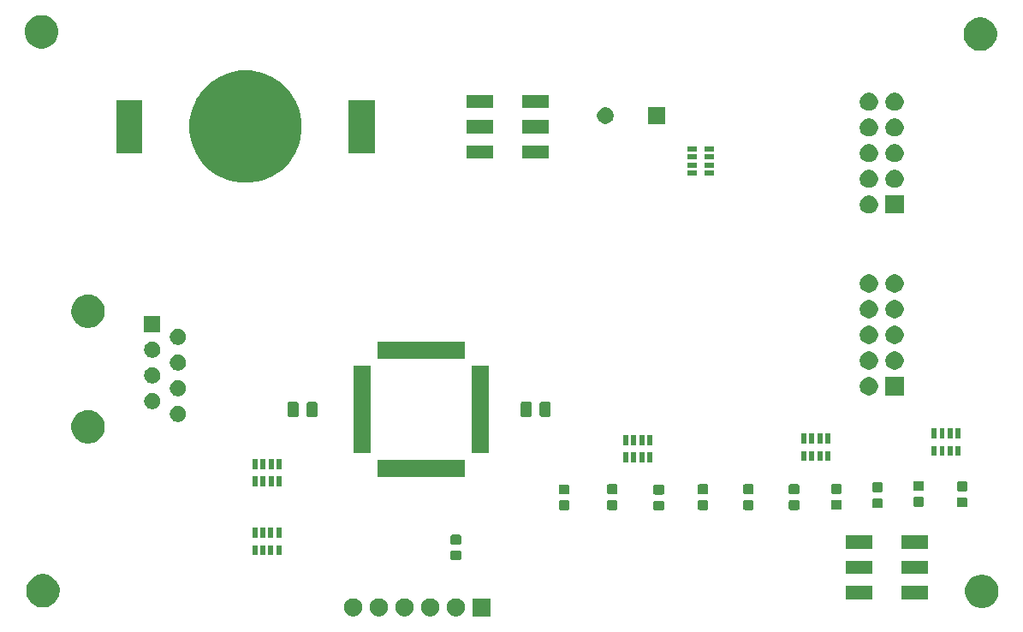
<source format=gbr>
G04 #@! TF.GenerationSoftware,KiCad,Pcbnew,(5.1.5)-3*
G04 #@! TF.CreationDate,2020-07-03T21:50:41-07:00*
G04 #@! TF.ProjectId,pic18f_DB_Ethernet,70696331-3866-45f4-9442-5f4574686572,rev?*
G04 #@! TF.SameCoordinates,Original*
G04 #@! TF.FileFunction,Soldermask,Top*
G04 #@! TF.FilePolarity,Negative*
%FSLAX46Y46*%
G04 Gerber Fmt 4.6, Leading zero omitted, Abs format (unit mm)*
G04 Created by KiCad (PCBNEW (5.1.5)-3) date 2020-07-03 21:50:41*
%MOMM*%
%LPD*%
G04 APERTURE LIST*
%ADD10C,0.100000*%
G04 APERTURE END LIST*
D10*
G36*
X134377912Y-144442727D02*
G01*
X134527212Y-144472424D01*
X134691184Y-144540344D01*
X134838754Y-144638947D01*
X134964253Y-144764446D01*
X135062856Y-144912016D01*
X135130776Y-145075988D01*
X135165400Y-145250059D01*
X135165400Y-145427541D01*
X135130776Y-145601612D01*
X135062856Y-145765584D01*
X134964253Y-145913154D01*
X134838754Y-146038653D01*
X134691184Y-146137256D01*
X134527212Y-146205176D01*
X134377912Y-146234873D01*
X134353142Y-146239800D01*
X134175658Y-146239800D01*
X134150888Y-146234873D01*
X134001588Y-146205176D01*
X133837616Y-146137256D01*
X133690046Y-146038653D01*
X133564547Y-145913154D01*
X133465944Y-145765584D01*
X133398024Y-145601612D01*
X133363400Y-145427541D01*
X133363400Y-145250059D01*
X133398024Y-145075988D01*
X133465944Y-144912016D01*
X133564547Y-144764446D01*
X133690046Y-144638947D01*
X133837616Y-144540344D01*
X134001588Y-144472424D01*
X134150888Y-144442727D01*
X134175658Y-144437800D01*
X134353142Y-144437800D01*
X134377912Y-144442727D01*
G37*
G36*
X144537912Y-144442727D02*
G01*
X144687212Y-144472424D01*
X144851184Y-144540344D01*
X144998754Y-144638947D01*
X145124253Y-144764446D01*
X145222856Y-144912016D01*
X145290776Y-145075988D01*
X145325400Y-145250059D01*
X145325400Y-145427541D01*
X145290776Y-145601612D01*
X145222856Y-145765584D01*
X145124253Y-145913154D01*
X144998754Y-146038653D01*
X144851184Y-146137256D01*
X144687212Y-146205176D01*
X144537912Y-146234873D01*
X144513142Y-146239800D01*
X144335658Y-146239800D01*
X144310888Y-146234873D01*
X144161588Y-146205176D01*
X143997616Y-146137256D01*
X143850046Y-146038653D01*
X143724547Y-145913154D01*
X143625944Y-145765584D01*
X143558024Y-145601612D01*
X143523400Y-145427541D01*
X143523400Y-145250059D01*
X143558024Y-145075988D01*
X143625944Y-144912016D01*
X143724547Y-144764446D01*
X143850046Y-144638947D01*
X143997616Y-144540344D01*
X144161588Y-144472424D01*
X144310888Y-144442727D01*
X144335658Y-144437800D01*
X144513142Y-144437800D01*
X144537912Y-144442727D01*
G37*
G36*
X147865400Y-146239800D02*
G01*
X146063400Y-146239800D01*
X146063400Y-144437800D01*
X147865400Y-144437800D01*
X147865400Y-146239800D01*
G37*
G36*
X141997912Y-144442727D02*
G01*
X142147212Y-144472424D01*
X142311184Y-144540344D01*
X142458754Y-144638947D01*
X142584253Y-144764446D01*
X142682856Y-144912016D01*
X142750776Y-145075988D01*
X142785400Y-145250059D01*
X142785400Y-145427541D01*
X142750776Y-145601612D01*
X142682856Y-145765584D01*
X142584253Y-145913154D01*
X142458754Y-146038653D01*
X142311184Y-146137256D01*
X142147212Y-146205176D01*
X141997912Y-146234873D01*
X141973142Y-146239800D01*
X141795658Y-146239800D01*
X141770888Y-146234873D01*
X141621588Y-146205176D01*
X141457616Y-146137256D01*
X141310046Y-146038653D01*
X141184547Y-145913154D01*
X141085944Y-145765584D01*
X141018024Y-145601612D01*
X140983400Y-145427541D01*
X140983400Y-145250059D01*
X141018024Y-145075988D01*
X141085944Y-144912016D01*
X141184547Y-144764446D01*
X141310046Y-144638947D01*
X141457616Y-144540344D01*
X141621588Y-144472424D01*
X141770888Y-144442727D01*
X141795658Y-144437800D01*
X141973142Y-144437800D01*
X141997912Y-144442727D01*
G37*
G36*
X136917912Y-144442727D02*
G01*
X137067212Y-144472424D01*
X137231184Y-144540344D01*
X137378754Y-144638947D01*
X137504253Y-144764446D01*
X137602856Y-144912016D01*
X137670776Y-145075988D01*
X137705400Y-145250059D01*
X137705400Y-145427541D01*
X137670776Y-145601612D01*
X137602856Y-145765584D01*
X137504253Y-145913154D01*
X137378754Y-146038653D01*
X137231184Y-146137256D01*
X137067212Y-146205176D01*
X136917912Y-146234873D01*
X136893142Y-146239800D01*
X136715658Y-146239800D01*
X136690888Y-146234873D01*
X136541588Y-146205176D01*
X136377616Y-146137256D01*
X136230046Y-146038653D01*
X136104547Y-145913154D01*
X136005944Y-145765584D01*
X135938024Y-145601612D01*
X135903400Y-145427541D01*
X135903400Y-145250059D01*
X135938024Y-145075988D01*
X136005944Y-144912016D01*
X136104547Y-144764446D01*
X136230046Y-144638947D01*
X136377616Y-144540344D01*
X136541588Y-144472424D01*
X136690888Y-144442727D01*
X136715658Y-144437800D01*
X136893142Y-144437800D01*
X136917912Y-144442727D01*
G37*
G36*
X139457912Y-144442727D02*
G01*
X139607212Y-144472424D01*
X139771184Y-144540344D01*
X139918754Y-144638947D01*
X140044253Y-144764446D01*
X140142856Y-144912016D01*
X140210776Y-145075988D01*
X140245400Y-145250059D01*
X140245400Y-145427541D01*
X140210776Y-145601612D01*
X140142856Y-145765584D01*
X140044253Y-145913154D01*
X139918754Y-146038653D01*
X139771184Y-146137256D01*
X139607212Y-146205176D01*
X139457912Y-146234873D01*
X139433142Y-146239800D01*
X139255658Y-146239800D01*
X139230888Y-146234873D01*
X139081588Y-146205176D01*
X138917616Y-146137256D01*
X138770046Y-146038653D01*
X138644547Y-145913154D01*
X138545944Y-145765584D01*
X138478024Y-145601612D01*
X138443400Y-145427541D01*
X138443400Y-145250059D01*
X138478024Y-145075988D01*
X138545944Y-144912016D01*
X138644547Y-144764446D01*
X138770046Y-144638947D01*
X138917616Y-144540344D01*
X139081588Y-144472424D01*
X139230888Y-144442727D01*
X139255658Y-144437800D01*
X139433142Y-144437800D01*
X139457912Y-144442727D01*
G37*
G36*
X196818856Y-142155298D02*
G01*
X196925179Y-142176447D01*
X197225642Y-142300903D01*
X197496051Y-142481585D01*
X197726015Y-142711549D01*
X197906697Y-142981958D01*
X197906698Y-142981960D01*
X198031153Y-143282422D01*
X198084496Y-143550591D01*
X198094600Y-143601391D01*
X198094600Y-143926609D01*
X198031153Y-144245579D01*
X197906697Y-144546042D01*
X197726015Y-144816451D01*
X197496051Y-145046415D01*
X197225642Y-145227097D01*
X196925179Y-145351553D01*
X196861598Y-145364200D01*
X196606211Y-145415000D01*
X196280989Y-145415000D01*
X196025602Y-145364200D01*
X195962021Y-145351553D01*
X195661558Y-145227097D01*
X195391149Y-145046415D01*
X195161185Y-144816451D01*
X194980503Y-144546042D01*
X194856047Y-144245579D01*
X194792600Y-143926609D01*
X194792600Y-143601391D01*
X194802705Y-143550591D01*
X194856047Y-143282422D01*
X194980502Y-142981960D01*
X194980503Y-142981958D01*
X195161185Y-142711549D01*
X195391149Y-142481585D01*
X195661558Y-142300903D01*
X195962021Y-142176447D01*
X196068344Y-142155298D01*
X196280989Y-142113000D01*
X196606211Y-142113000D01*
X196818856Y-142155298D01*
G37*
G36*
X103956456Y-142104498D02*
G01*
X104062779Y-142125647D01*
X104363242Y-142250103D01*
X104633651Y-142430785D01*
X104863615Y-142660749D01*
X104897560Y-142711551D01*
X105044298Y-142931160D01*
X105168753Y-143231622D01*
X105232200Y-143550589D01*
X105232200Y-143875811D01*
X105222095Y-143926611D01*
X105168753Y-144194779D01*
X105044297Y-144495242D01*
X104863615Y-144765651D01*
X104633651Y-144995615D01*
X104363242Y-145176297D01*
X104062779Y-145300753D01*
X103956456Y-145321902D01*
X103743811Y-145364200D01*
X103418589Y-145364200D01*
X103205944Y-145321902D01*
X103099621Y-145300753D01*
X102799158Y-145176297D01*
X102528749Y-144995615D01*
X102298785Y-144765651D01*
X102118103Y-144495242D01*
X101993647Y-144194779D01*
X101940305Y-143926611D01*
X101930200Y-143875811D01*
X101930200Y-143550589D01*
X101993647Y-143231622D01*
X102118102Y-142931160D01*
X102264840Y-142711551D01*
X102298785Y-142660749D01*
X102528749Y-142430785D01*
X102799158Y-142250103D01*
X103099621Y-142125647D01*
X103205944Y-142104498D01*
X103418589Y-142062200D01*
X103743811Y-142062200D01*
X103956456Y-142104498D01*
G37*
G36*
X185628800Y-144527400D02*
G01*
X183026800Y-144527400D01*
X183026800Y-143225400D01*
X185628800Y-143225400D01*
X185628800Y-144527400D01*
G37*
G36*
X191128800Y-144527400D02*
G01*
X188526800Y-144527400D01*
X188526800Y-143225400D01*
X191128800Y-143225400D01*
X191128800Y-144527400D01*
G37*
G36*
X191128800Y-142027400D02*
G01*
X188526800Y-142027400D01*
X188526800Y-140725400D01*
X191128800Y-140725400D01*
X191128800Y-142027400D01*
G37*
G36*
X185628800Y-142027400D02*
G01*
X183026800Y-142027400D01*
X183026800Y-140725400D01*
X185628800Y-140725400D01*
X185628800Y-142027400D01*
G37*
G36*
X144803991Y-139723585D02*
G01*
X144837969Y-139733893D01*
X144869290Y-139750634D01*
X144896739Y-139773161D01*
X144919266Y-139800610D01*
X144936007Y-139831931D01*
X144946315Y-139865909D01*
X144950400Y-139907390D01*
X144950400Y-140508610D01*
X144946315Y-140550091D01*
X144936007Y-140584069D01*
X144919266Y-140615390D01*
X144896739Y-140642839D01*
X144869290Y-140665366D01*
X144837969Y-140682107D01*
X144803991Y-140692415D01*
X144762510Y-140696500D01*
X144086290Y-140696500D01*
X144044809Y-140692415D01*
X144010831Y-140682107D01*
X143979510Y-140665366D01*
X143952061Y-140642839D01*
X143929534Y-140615390D01*
X143912793Y-140584069D01*
X143902485Y-140550091D01*
X143898400Y-140508610D01*
X143898400Y-139907390D01*
X143902485Y-139865909D01*
X143912793Y-139831931D01*
X143929534Y-139800610D01*
X143952061Y-139773161D01*
X143979510Y-139750634D01*
X144010831Y-139733893D01*
X144044809Y-139723585D01*
X144086290Y-139719500D01*
X144762510Y-139719500D01*
X144803991Y-139723585D01*
G37*
G36*
X127187500Y-140188300D02*
G01*
X126685500Y-140188300D01*
X126685500Y-139186300D01*
X127187500Y-139186300D01*
X127187500Y-140188300D01*
G37*
G36*
X124787500Y-140188300D02*
G01*
X124285500Y-140188300D01*
X124285500Y-139186300D01*
X124787500Y-139186300D01*
X124787500Y-140188300D01*
G37*
G36*
X125587500Y-140188300D02*
G01*
X125085500Y-140188300D01*
X125085500Y-139186300D01*
X125587500Y-139186300D01*
X125587500Y-140188300D01*
G37*
G36*
X126387500Y-140188300D02*
G01*
X125885500Y-140188300D01*
X125885500Y-139186300D01*
X126387500Y-139186300D01*
X126387500Y-140188300D01*
G37*
G36*
X185628800Y-139527400D02*
G01*
X183026800Y-139527400D01*
X183026800Y-138225400D01*
X185628800Y-138225400D01*
X185628800Y-139527400D01*
G37*
G36*
X191128800Y-139527400D02*
G01*
X188526800Y-139527400D01*
X188526800Y-138225400D01*
X191128800Y-138225400D01*
X191128800Y-139527400D01*
G37*
G36*
X144803991Y-138148585D02*
G01*
X144837969Y-138158893D01*
X144869290Y-138175634D01*
X144896739Y-138198161D01*
X144919266Y-138225610D01*
X144936007Y-138256931D01*
X144946315Y-138290909D01*
X144950400Y-138332390D01*
X144950400Y-138933610D01*
X144946315Y-138975091D01*
X144936007Y-139009069D01*
X144919266Y-139040390D01*
X144896739Y-139067839D01*
X144869290Y-139090366D01*
X144837969Y-139107107D01*
X144803991Y-139117415D01*
X144762510Y-139121500D01*
X144086290Y-139121500D01*
X144044809Y-139117415D01*
X144010831Y-139107107D01*
X143979510Y-139090366D01*
X143952061Y-139067839D01*
X143929534Y-139040390D01*
X143912793Y-139009069D01*
X143902485Y-138975091D01*
X143898400Y-138933610D01*
X143898400Y-138332390D01*
X143902485Y-138290909D01*
X143912793Y-138256931D01*
X143929534Y-138225610D01*
X143952061Y-138198161D01*
X143979510Y-138175634D01*
X144010831Y-138158893D01*
X144044809Y-138148585D01*
X144086290Y-138144500D01*
X144762510Y-138144500D01*
X144803991Y-138148585D01*
G37*
G36*
X126387500Y-138488300D02*
G01*
X125885500Y-138488300D01*
X125885500Y-137486300D01*
X126387500Y-137486300D01*
X126387500Y-138488300D01*
G37*
G36*
X125587500Y-138488300D02*
G01*
X125085500Y-138488300D01*
X125085500Y-137486300D01*
X125587500Y-137486300D01*
X125587500Y-138488300D01*
G37*
G36*
X124787500Y-138488300D02*
G01*
X124285500Y-138488300D01*
X124285500Y-137486300D01*
X124787500Y-137486300D01*
X124787500Y-138488300D01*
G37*
G36*
X127187500Y-138488300D02*
G01*
X126685500Y-138488300D01*
X126685500Y-137486300D01*
X127187500Y-137486300D01*
X127187500Y-138488300D01*
G37*
G36*
X164869991Y-134796085D02*
G01*
X164903969Y-134806393D01*
X164935290Y-134823134D01*
X164962739Y-134845661D01*
X164985266Y-134873110D01*
X165002007Y-134904431D01*
X165012315Y-134938409D01*
X165016400Y-134979890D01*
X165016400Y-135581110D01*
X165012315Y-135622591D01*
X165002007Y-135656569D01*
X164985266Y-135687890D01*
X164962739Y-135715339D01*
X164935290Y-135737866D01*
X164903969Y-135754607D01*
X164869991Y-135764915D01*
X164828510Y-135769000D01*
X164152290Y-135769000D01*
X164110809Y-135764915D01*
X164076831Y-135754607D01*
X164045510Y-135737866D01*
X164018061Y-135715339D01*
X163995534Y-135687890D01*
X163978793Y-135656569D01*
X163968485Y-135622591D01*
X163964400Y-135581110D01*
X163964400Y-134979890D01*
X163968485Y-134938409D01*
X163978793Y-134904431D01*
X163995534Y-134873110D01*
X164018061Y-134845661D01*
X164045510Y-134823134D01*
X164076831Y-134806393D01*
X164110809Y-134796085D01*
X164152290Y-134792000D01*
X164828510Y-134792000D01*
X164869991Y-134796085D01*
G37*
G36*
X155497391Y-134770685D02*
G01*
X155531369Y-134780993D01*
X155562690Y-134797734D01*
X155590139Y-134820261D01*
X155612666Y-134847710D01*
X155629407Y-134879031D01*
X155639715Y-134913009D01*
X155643800Y-134954490D01*
X155643800Y-135555710D01*
X155639715Y-135597191D01*
X155629407Y-135631169D01*
X155612666Y-135662490D01*
X155590139Y-135689939D01*
X155562690Y-135712466D01*
X155531369Y-135729207D01*
X155497391Y-135739515D01*
X155455910Y-135743600D01*
X154779690Y-135743600D01*
X154738209Y-135739515D01*
X154704231Y-135729207D01*
X154672910Y-135712466D01*
X154645461Y-135689939D01*
X154622934Y-135662490D01*
X154606193Y-135631169D01*
X154595885Y-135597191D01*
X154591800Y-135555710D01*
X154591800Y-134954490D01*
X154595885Y-134913009D01*
X154606193Y-134879031D01*
X154622934Y-134847710D01*
X154645461Y-134820261D01*
X154672910Y-134797734D01*
X154704231Y-134780993D01*
X154738209Y-134770685D01*
X154779690Y-134766600D01*
X155455910Y-134766600D01*
X155497391Y-134770685D01*
G37*
G36*
X178255791Y-134745385D02*
G01*
X178289769Y-134755693D01*
X178321090Y-134772434D01*
X178348539Y-134794961D01*
X178371066Y-134822410D01*
X178387807Y-134853731D01*
X178398115Y-134887709D01*
X178402200Y-134929190D01*
X178402200Y-135530410D01*
X178398115Y-135571891D01*
X178387807Y-135605869D01*
X178371066Y-135637190D01*
X178348539Y-135664639D01*
X178321090Y-135687166D01*
X178289769Y-135703907D01*
X178255791Y-135714215D01*
X178214310Y-135718300D01*
X177538090Y-135718300D01*
X177496609Y-135714215D01*
X177462631Y-135703907D01*
X177431310Y-135687166D01*
X177403861Y-135664639D01*
X177381334Y-135637190D01*
X177364593Y-135605869D01*
X177354285Y-135571891D01*
X177350200Y-135530410D01*
X177350200Y-134929190D01*
X177354285Y-134887709D01*
X177364593Y-134853731D01*
X177381334Y-134822410D01*
X177403861Y-134794961D01*
X177431310Y-134772434D01*
X177462631Y-134755693D01*
X177496609Y-134745385D01*
X177538090Y-134741300D01*
X178214310Y-134741300D01*
X178255791Y-134745385D01*
G37*
G36*
X169238791Y-134745285D02*
G01*
X169272769Y-134755593D01*
X169304090Y-134772334D01*
X169331539Y-134794861D01*
X169354066Y-134822310D01*
X169370807Y-134853631D01*
X169381115Y-134887609D01*
X169385200Y-134929090D01*
X169385200Y-135530310D01*
X169381115Y-135571791D01*
X169370807Y-135605769D01*
X169354066Y-135637090D01*
X169331539Y-135664539D01*
X169304090Y-135687066D01*
X169272769Y-135703807D01*
X169238791Y-135714115D01*
X169197310Y-135718200D01*
X168521090Y-135718200D01*
X168479609Y-135714115D01*
X168445631Y-135703807D01*
X168414310Y-135687066D01*
X168386861Y-135664539D01*
X168364334Y-135637090D01*
X168347593Y-135605769D01*
X168337285Y-135571791D01*
X168333200Y-135530310D01*
X168333200Y-134929090D01*
X168337285Y-134887609D01*
X168347593Y-134853631D01*
X168364334Y-134822310D01*
X168386861Y-134794861D01*
X168414310Y-134772334D01*
X168445631Y-134755593D01*
X168479609Y-134745285D01*
X168521090Y-134741200D01*
X169197310Y-134741200D01*
X169238791Y-134745285D01*
G37*
G36*
X160272591Y-134745185D02*
G01*
X160306569Y-134755493D01*
X160337890Y-134772234D01*
X160365339Y-134794761D01*
X160387866Y-134822210D01*
X160404607Y-134853531D01*
X160414915Y-134887509D01*
X160419000Y-134928990D01*
X160419000Y-135530210D01*
X160414915Y-135571691D01*
X160404607Y-135605669D01*
X160387866Y-135636990D01*
X160365339Y-135664439D01*
X160337890Y-135686966D01*
X160306569Y-135703707D01*
X160272591Y-135714015D01*
X160231110Y-135718100D01*
X159554890Y-135718100D01*
X159513409Y-135714015D01*
X159479431Y-135703707D01*
X159448110Y-135686966D01*
X159420661Y-135664439D01*
X159398134Y-135636990D01*
X159381393Y-135605669D01*
X159371085Y-135571691D01*
X159367000Y-135530210D01*
X159367000Y-134928990D01*
X159371085Y-134887509D01*
X159381393Y-134853531D01*
X159398134Y-134822210D01*
X159420661Y-134794761D01*
X159448110Y-134772234D01*
X159479431Y-134755493D01*
X159513409Y-134745185D01*
X159554890Y-134741100D01*
X160231110Y-134741100D01*
X160272591Y-134745185D01*
G37*
G36*
X173734591Y-134745185D02*
G01*
X173768569Y-134755493D01*
X173799890Y-134772234D01*
X173827339Y-134794761D01*
X173849866Y-134822210D01*
X173866607Y-134853531D01*
X173876915Y-134887509D01*
X173881000Y-134928990D01*
X173881000Y-135530210D01*
X173876915Y-135571691D01*
X173866607Y-135605669D01*
X173849866Y-135636990D01*
X173827339Y-135664439D01*
X173799890Y-135686966D01*
X173768569Y-135703707D01*
X173734591Y-135714015D01*
X173693110Y-135718100D01*
X173016890Y-135718100D01*
X172975409Y-135714015D01*
X172941431Y-135703707D01*
X172910110Y-135686966D01*
X172882661Y-135664439D01*
X172860134Y-135636990D01*
X172843393Y-135605669D01*
X172833085Y-135571691D01*
X172829000Y-135530210D01*
X172829000Y-134928990D01*
X172833085Y-134887509D01*
X172843393Y-134853531D01*
X172860134Y-134822210D01*
X172882661Y-134794761D01*
X172910110Y-134772234D01*
X172941431Y-134755493D01*
X172975409Y-134745185D01*
X173016890Y-134741100D01*
X173693110Y-134741100D01*
X173734591Y-134745185D01*
G37*
G36*
X182446791Y-134719885D02*
G01*
X182480769Y-134730193D01*
X182512090Y-134746934D01*
X182539539Y-134769461D01*
X182562066Y-134796910D01*
X182578807Y-134828231D01*
X182589115Y-134862209D01*
X182593200Y-134903690D01*
X182593200Y-135504910D01*
X182589115Y-135546391D01*
X182578807Y-135580369D01*
X182562066Y-135611690D01*
X182539539Y-135639139D01*
X182512090Y-135661666D01*
X182480769Y-135678407D01*
X182446791Y-135688715D01*
X182405310Y-135692800D01*
X181729090Y-135692800D01*
X181687609Y-135688715D01*
X181653631Y-135678407D01*
X181622310Y-135661666D01*
X181594861Y-135639139D01*
X181572334Y-135611690D01*
X181555593Y-135580369D01*
X181545285Y-135546391D01*
X181541200Y-135504910D01*
X181541200Y-134903690D01*
X181545285Y-134862209D01*
X181555593Y-134828231D01*
X181572334Y-134796910D01*
X181594861Y-134769461D01*
X181622310Y-134746934D01*
X181653631Y-134730193D01*
X181687609Y-134719885D01*
X181729090Y-134715800D01*
X182405310Y-134715800D01*
X182446791Y-134719885D01*
G37*
G36*
X186485391Y-134567385D02*
G01*
X186519369Y-134577693D01*
X186550690Y-134594434D01*
X186578139Y-134616961D01*
X186600666Y-134644410D01*
X186617407Y-134675731D01*
X186627715Y-134709709D01*
X186631800Y-134751190D01*
X186631800Y-135352410D01*
X186627715Y-135393891D01*
X186617407Y-135427869D01*
X186600666Y-135459190D01*
X186578139Y-135486639D01*
X186550690Y-135509166D01*
X186519369Y-135525907D01*
X186485391Y-135536215D01*
X186443910Y-135540300D01*
X185767690Y-135540300D01*
X185726209Y-135536215D01*
X185692231Y-135525907D01*
X185660910Y-135509166D01*
X185633461Y-135486639D01*
X185610934Y-135459190D01*
X185594193Y-135427869D01*
X185583885Y-135393891D01*
X185579800Y-135352410D01*
X185579800Y-134751190D01*
X185583885Y-134709709D01*
X185594193Y-134675731D01*
X185610934Y-134644410D01*
X185633461Y-134616961D01*
X185660910Y-134594434D01*
X185692231Y-134577693D01*
X185726209Y-134567385D01*
X185767690Y-134563300D01*
X186443910Y-134563300D01*
X186485391Y-134567385D01*
G37*
G36*
X194867391Y-134465785D02*
G01*
X194901369Y-134476093D01*
X194932690Y-134492834D01*
X194960139Y-134515361D01*
X194982666Y-134542810D01*
X194999407Y-134574131D01*
X195009715Y-134608109D01*
X195013800Y-134649590D01*
X195013800Y-135250810D01*
X195009715Y-135292291D01*
X194999407Y-135326269D01*
X194982666Y-135357590D01*
X194960139Y-135385039D01*
X194932690Y-135407566D01*
X194901369Y-135424307D01*
X194867391Y-135434615D01*
X194825910Y-135438700D01*
X194149690Y-135438700D01*
X194108209Y-135434615D01*
X194074231Y-135424307D01*
X194042910Y-135407566D01*
X194015461Y-135385039D01*
X193992934Y-135357590D01*
X193976193Y-135326269D01*
X193965885Y-135292291D01*
X193961800Y-135250810D01*
X193961800Y-134649590D01*
X193965885Y-134608109D01*
X193976193Y-134574131D01*
X193992934Y-134542810D01*
X194015461Y-134515361D01*
X194042910Y-134492834D01*
X194074231Y-134476093D01*
X194108209Y-134465785D01*
X194149690Y-134461700D01*
X194825910Y-134461700D01*
X194867391Y-134465785D01*
G37*
G36*
X190574791Y-134414985D02*
G01*
X190608769Y-134425293D01*
X190640090Y-134442034D01*
X190667539Y-134464561D01*
X190690066Y-134492010D01*
X190706807Y-134523331D01*
X190717115Y-134557309D01*
X190721200Y-134598790D01*
X190721200Y-135200010D01*
X190717115Y-135241491D01*
X190706807Y-135275469D01*
X190690066Y-135306790D01*
X190667539Y-135334239D01*
X190640090Y-135356766D01*
X190608769Y-135373507D01*
X190574791Y-135383815D01*
X190533310Y-135387900D01*
X189857090Y-135387900D01*
X189815609Y-135383815D01*
X189781631Y-135373507D01*
X189750310Y-135356766D01*
X189722861Y-135334239D01*
X189700334Y-135306790D01*
X189683593Y-135275469D01*
X189673285Y-135241491D01*
X189669200Y-135200010D01*
X189669200Y-134598790D01*
X189673285Y-134557309D01*
X189683593Y-134523331D01*
X189700334Y-134492010D01*
X189722861Y-134464561D01*
X189750310Y-134442034D01*
X189781631Y-134425293D01*
X189815609Y-134414985D01*
X189857090Y-134410900D01*
X190533310Y-134410900D01*
X190574791Y-134414985D01*
G37*
G36*
X164869991Y-133221085D02*
G01*
X164903969Y-133231393D01*
X164935290Y-133248134D01*
X164962739Y-133270661D01*
X164985266Y-133298110D01*
X165002007Y-133329431D01*
X165012315Y-133363409D01*
X165016400Y-133404890D01*
X165016400Y-134006110D01*
X165012315Y-134047591D01*
X165002007Y-134081569D01*
X164985266Y-134112890D01*
X164962739Y-134140339D01*
X164935290Y-134162866D01*
X164903969Y-134179607D01*
X164869991Y-134189915D01*
X164828510Y-134194000D01*
X164152290Y-134194000D01*
X164110809Y-134189915D01*
X164076831Y-134179607D01*
X164045510Y-134162866D01*
X164018061Y-134140339D01*
X163995534Y-134112890D01*
X163978793Y-134081569D01*
X163968485Y-134047591D01*
X163964400Y-134006110D01*
X163964400Y-133404890D01*
X163968485Y-133363409D01*
X163978793Y-133329431D01*
X163995534Y-133298110D01*
X164018061Y-133270661D01*
X164045510Y-133248134D01*
X164076831Y-133231393D01*
X164110809Y-133221085D01*
X164152290Y-133217000D01*
X164828510Y-133217000D01*
X164869991Y-133221085D01*
G37*
G36*
X155497391Y-133195685D02*
G01*
X155531369Y-133205993D01*
X155562690Y-133222734D01*
X155590139Y-133245261D01*
X155612666Y-133272710D01*
X155629407Y-133304031D01*
X155639715Y-133338009D01*
X155643800Y-133379490D01*
X155643800Y-133980710D01*
X155639715Y-134022191D01*
X155629407Y-134056169D01*
X155612666Y-134087490D01*
X155590139Y-134114939D01*
X155562690Y-134137466D01*
X155531369Y-134154207D01*
X155497391Y-134164515D01*
X155455910Y-134168600D01*
X154779690Y-134168600D01*
X154738209Y-134164515D01*
X154704231Y-134154207D01*
X154672910Y-134137466D01*
X154645461Y-134114939D01*
X154622934Y-134087490D01*
X154606193Y-134056169D01*
X154595885Y-134022191D01*
X154591800Y-133980710D01*
X154591800Y-133379490D01*
X154595885Y-133338009D01*
X154606193Y-133304031D01*
X154622934Y-133272710D01*
X154645461Y-133245261D01*
X154672910Y-133222734D01*
X154704231Y-133205993D01*
X154738209Y-133195685D01*
X154779690Y-133191600D01*
X155455910Y-133191600D01*
X155497391Y-133195685D01*
G37*
G36*
X178255791Y-133170385D02*
G01*
X178289769Y-133180693D01*
X178321090Y-133197434D01*
X178348539Y-133219961D01*
X178371066Y-133247410D01*
X178387807Y-133278731D01*
X178398115Y-133312709D01*
X178402200Y-133354190D01*
X178402200Y-133955410D01*
X178398115Y-133996891D01*
X178387807Y-134030869D01*
X178371066Y-134062190D01*
X178348539Y-134089639D01*
X178321090Y-134112166D01*
X178289769Y-134128907D01*
X178255791Y-134139215D01*
X178214310Y-134143300D01*
X177538090Y-134143300D01*
X177496609Y-134139215D01*
X177462631Y-134128907D01*
X177431310Y-134112166D01*
X177403861Y-134089639D01*
X177381334Y-134062190D01*
X177364593Y-134030869D01*
X177354285Y-133996891D01*
X177350200Y-133955410D01*
X177350200Y-133354190D01*
X177354285Y-133312709D01*
X177364593Y-133278731D01*
X177381334Y-133247410D01*
X177403861Y-133219961D01*
X177431310Y-133197434D01*
X177462631Y-133180693D01*
X177496609Y-133170385D01*
X177538090Y-133166300D01*
X178214310Y-133166300D01*
X178255791Y-133170385D01*
G37*
G36*
X169238791Y-133170285D02*
G01*
X169272769Y-133180593D01*
X169304090Y-133197334D01*
X169331539Y-133219861D01*
X169354066Y-133247310D01*
X169370807Y-133278631D01*
X169381115Y-133312609D01*
X169385200Y-133354090D01*
X169385200Y-133955310D01*
X169381115Y-133996791D01*
X169370807Y-134030769D01*
X169354066Y-134062090D01*
X169331539Y-134089539D01*
X169304090Y-134112066D01*
X169272769Y-134128807D01*
X169238791Y-134139115D01*
X169197310Y-134143200D01*
X168521090Y-134143200D01*
X168479609Y-134139115D01*
X168445631Y-134128807D01*
X168414310Y-134112066D01*
X168386861Y-134089539D01*
X168364334Y-134062090D01*
X168347593Y-134030769D01*
X168337285Y-133996791D01*
X168333200Y-133955310D01*
X168333200Y-133354090D01*
X168337285Y-133312609D01*
X168347593Y-133278631D01*
X168364334Y-133247310D01*
X168386861Y-133219861D01*
X168414310Y-133197334D01*
X168445631Y-133180593D01*
X168479609Y-133170285D01*
X168521090Y-133166200D01*
X169197310Y-133166200D01*
X169238791Y-133170285D01*
G37*
G36*
X173734591Y-133170185D02*
G01*
X173768569Y-133180493D01*
X173799890Y-133197234D01*
X173827339Y-133219761D01*
X173849866Y-133247210D01*
X173866607Y-133278531D01*
X173876915Y-133312509D01*
X173881000Y-133353990D01*
X173881000Y-133955210D01*
X173876915Y-133996691D01*
X173866607Y-134030669D01*
X173849866Y-134061990D01*
X173827339Y-134089439D01*
X173799890Y-134111966D01*
X173768569Y-134128707D01*
X173734591Y-134139015D01*
X173693110Y-134143100D01*
X173016890Y-134143100D01*
X172975409Y-134139015D01*
X172941431Y-134128707D01*
X172910110Y-134111966D01*
X172882661Y-134089439D01*
X172860134Y-134061990D01*
X172843393Y-134030669D01*
X172833085Y-133996691D01*
X172829000Y-133955210D01*
X172829000Y-133353990D01*
X172833085Y-133312509D01*
X172843393Y-133278531D01*
X172860134Y-133247210D01*
X172882661Y-133219761D01*
X172910110Y-133197234D01*
X172941431Y-133180493D01*
X172975409Y-133170185D01*
X173016890Y-133166100D01*
X173693110Y-133166100D01*
X173734591Y-133170185D01*
G37*
G36*
X160272591Y-133170185D02*
G01*
X160306569Y-133180493D01*
X160337890Y-133197234D01*
X160365339Y-133219761D01*
X160387866Y-133247210D01*
X160404607Y-133278531D01*
X160414915Y-133312509D01*
X160419000Y-133353990D01*
X160419000Y-133955210D01*
X160414915Y-133996691D01*
X160404607Y-134030669D01*
X160387866Y-134061990D01*
X160365339Y-134089439D01*
X160337890Y-134111966D01*
X160306569Y-134128707D01*
X160272591Y-134139015D01*
X160231110Y-134143100D01*
X159554890Y-134143100D01*
X159513409Y-134139015D01*
X159479431Y-134128707D01*
X159448110Y-134111966D01*
X159420661Y-134089439D01*
X159398134Y-134061990D01*
X159381393Y-134030669D01*
X159371085Y-133996691D01*
X159367000Y-133955210D01*
X159367000Y-133353990D01*
X159371085Y-133312509D01*
X159381393Y-133278531D01*
X159398134Y-133247210D01*
X159420661Y-133219761D01*
X159448110Y-133197234D01*
X159479431Y-133180493D01*
X159513409Y-133170185D01*
X159554890Y-133166100D01*
X160231110Y-133166100D01*
X160272591Y-133170185D01*
G37*
G36*
X182446791Y-133144885D02*
G01*
X182480769Y-133155193D01*
X182512090Y-133171934D01*
X182539539Y-133194461D01*
X182562066Y-133221910D01*
X182578807Y-133253231D01*
X182589115Y-133287209D01*
X182593200Y-133328690D01*
X182593200Y-133929910D01*
X182589115Y-133971391D01*
X182578807Y-134005369D01*
X182562066Y-134036690D01*
X182539539Y-134064139D01*
X182512090Y-134086666D01*
X182480769Y-134103407D01*
X182446791Y-134113715D01*
X182405310Y-134117800D01*
X181729090Y-134117800D01*
X181687609Y-134113715D01*
X181653631Y-134103407D01*
X181622310Y-134086666D01*
X181594861Y-134064139D01*
X181572334Y-134036690D01*
X181555593Y-134005369D01*
X181545285Y-133971391D01*
X181541200Y-133929910D01*
X181541200Y-133328690D01*
X181545285Y-133287209D01*
X181555593Y-133253231D01*
X181572334Y-133221910D01*
X181594861Y-133194461D01*
X181622310Y-133171934D01*
X181653631Y-133155193D01*
X181687609Y-133144885D01*
X181729090Y-133140800D01*
X182405310Y-133140800D01*
X182446791Y-133144885D01*
G37*
G36*
X186485391Y-132992385D02*
G01*
X186519369Y-133002693D01*
X186550690Y-133019434D01*
X186578139Y-133041961D01*
X186600666Y-133069410D01*
X186617407Y-133100731D01*
X186627715Y-133134709D01*
X186631800Y-133176190D01*
X186631800Y-133777410D01*
X186627715Y-133818891D01*
X186617407Y-133852869D01*
X186600666Y-133884190D01*
X186578139Y-133911639D01*
X186550690Y-133934166D01*
X186519369Y-133950907D01*
X186485391Y-133961215D01*
X186443910Y-133965300D01*
X185767690Y-133965300D01*
X185726209Y-133961215D01*
X185692231Y-133950907D01*
X185660910Y-133934166D01*
X185633461Y-133911639D01*
X185610934Y-133884190D01*
X185594193Y-133852869D01*
X185583885Y-133818891D01*
X185579800Y-133777410D01*
X185579800Y-133176190D01*
X185583885Y-133134709D01*
X185594193Y-133100731D01*
X185610934Y-133069410D01*
X185633461Y-133041961D01*
X185660910Y-133019434D01*
X185692231Y-133002693D01*
X185726209Y-132992385D01*
X185767690Y-132988300D01*
X186443910Y-132988300D01*
X186485391Y-132992385D01*
G37*
G36*
X194867391Y-132890785D02*
G01*
X194901369Y-132901093D01*
X194932690Y-132917834D01*
X194960139Y-132940361D01*
X194982666Y-132967810D01*
X194999407Y-132999131D01*
X195009715Y-133033109D01*
X195013800Y-133074590D01*
X195013800Y-133675810D01*
X195009715Y-133717291D01*
X194999407Y-133751269D01*
X194982666Y-133782590D01*
X194960139Y-133810039D01*
X194932690Y-133832566D01*
X194901369Y-133849307D01*
X194867391Y-133859615D01*
X194825910Y-133863700D01*
X194149690Y-133863700D01*
X194108209Y-133859615D01*
X194074231Y-133849307D01*
X194042910Y-133832566D01*
X194015461Y-133810039D01*
X193992934Y-133782590D01*
X193976193Y-133751269D01*
X193965885Y-133717291D01*
X193961800Y-133675810D01*
X193961800Y-133074590D01*
X193965885Y-133033109D01*
X193976193Y-132999131D01*
X193992934Y-132967810D01*
X194015461Y-132940361D01*
X194042910Y-132917834D01*
X194074231Y-132901093D01*
X194108209Y-132890785D01*
X194149690Y-132886700D01*
X194825910Y-132886700D01*
X194867391Y-132890785D01*
G37*
G36*
X190574791Y-132839985D02*
G01*
X190608769Y-132850293D01*
X190640090Y-132867034D01*
X190667539Y-132889561D01*
X190690066Y-132917010D01*
X190706807Y-132948331D01*
X190717115Y-132982309D01*
X190721200Y-133023790D01*
X190721200Y-133625010D01*
X190717115Y-133666491D01*
X190706807Y-133700469D01*
X190690066Y-133731790D01*
X190667539Y-133759239D01*
X190640090Y-133781766D01*
X190608769Y-133798507D01*
X190574791Y-133808815D01*
X190533310Y-133812900D01*
X189857090Y-133812900D01*
X189815609Y-133808815D01*
X189781631Y-133798507D01*
X189750310Y-133781766D01*
X189722861Y-133759239D01*
X189700334Y-133731790D01*
X189683593Y-133700469D01*
X189673285Y-133666491D01*
X189669200Y-133625010D01*
X189669200Y-133023790D01*
X189673285Y-132982309D01*
X189683593Y-132948331D01*
X189700334Y-132917010D01*
X189722861Y-132889561D01*
X189750310Y-132867034D01*
X189781631Y-132850293D01*
X189815609Y-132839985D01*
X189857090Y-132835900D01*
X190533310Y-132835900D01*
X190574791Y-132839985D01*
G37*
G36*
X125599900Y-133381100D02*
G01*
X125097900Y-133381100D01*
X125097900Y-132379100D01*
X125599900Y-132379100D01*
X125599900Y-133381100D01*
G37*
G36*
X124799900Y-133381100D02*
G01*
X124297900Y-133381100D01*
X124297900Y-132379100D01*
X124799900Y-132379100D01*
X124799900Y-133381100D01*
G37*
G36*
X126399900Y-133381100D02*
G01*
X125897900Y-133381100D01*
X125897900Y-132379100D01*
X126399900Y-132379100D01*
X126399900Y-133381100D01*
G37*
G36*
X127199900Y-133381100D02*
G01*
X126697900Y-133381100D01*
X126697900Y-132379100D01*
X127199900Y-132379100D01*
X127199900Y-133381100D01*
G37*
G36*
X145301000Y-132481800D02*
G01*
X136639000Y-132481800D01*
X136639000Y-130779800D01*
X145301000Y-130779800D01*
X145301000Y-132481800D01*
G37*
G36*
X124799900Y-131681100D02*
G01*
X124297900Y-131681100D01*
X124297900Y-130679100D01*
X124799900Y-130679100D01*
X124799900Y-131681100D01*
G37*
G36*
X126399900Y-131681100D02*
G01*
X125897900Y-131681100D01*
X125897900Y-130679100D01*
X126399900Y-130679100D01*
X126399900Y-131681100D01*
G37*
G36*
X125599900Y-131681100D02*
G01*
X125097900Y-131681100D01*
X125097900Y-130679100D01*
X125599900Y-130679100D01*
X125599900Y-131681100D01*
G37*
G36*
X127199900Y-131681100D02*
G01*
X126697900Y-131681100D01*
X126697900Y-130679100D01*
X127199900Y-130679100D01*
X127199900Y-131681100D01*
G37*
G36*
X161484000Y-131018000D02*
G01*
X160982000Y-131018000D01*
X160982000Y-130016000D01*
X161484000Y-130016000D01*
X161484000Y-131018000D01*
G37*
G36*
X163884000Y-131018000D02*
G01*
X163382000Y-131018000D01*
X163382000Y-130016000D01*
X163884000Y-130016000D01*
X163884000Y-131018000D01*
G37*
G36*
X162284000Y-131018000D02*
G01*
X161782000Y-131018000D01*
X161782000Y-130016000D01*
X162284000Y-130016000D01*
X162284000Y-131018000D01*
G37*
G36*
X163084000Y-131018000D02*
G01*
X162582000Y-131018000D01*
X162582000Y-130016000D01*
X163084000Y-130016000D01*
X163084000Y-131018000D01*
G37*
G36*
X179867200Y-130877400D02*
G01*
X179365200Y-130877400D01*
X179365200Y-129875400D01*
X179867200Y-129875400D01*
X179867200Y-130877400D01*
G37*
G36*
X180667200Y-130877400D02*
G01*
X180165200Y-130877400D01*
X180165200Y-129875400D01*
X180667200Y-129875400D01*
X180667200Y-130877400D01*
G37*
G36*
X179067200Y-130877400D02*
G01*
X178565200Y-130877400D01*
X178565200Y-129875400D01*
X179067200Y-129875400D01*
X179067200Y-130877400D01*
G37*
G36*
X181467200Y-130877400D02*
G01*
X180965200Y-130877400D01*
X180965200Y-129875400D01*
X181467200Y-129875400D01*
X181467200Y-130877400D01*
G37*
G36*
X192770200Y-130371200D02*
G01*
X192268200Y-130371200D01*
X192268200Y-129369200D01*
X192770200Y-129369200D01*
X192770200Y-130371200D01*
G37*
G36*
X193570200Y-130371200D02*
G01*
X193068200Y-130371200D01*
X193068200Y-129369200D01*
X193570200Y-129369200D01*
X193570200Y-130371200D01*
G37*
G36*
X191970200Y-130371200D02*
G01*
X191468200Y-130371200D01*
X191468200Y-129369200D01*
X191970200Y-129369200D01*
X191970200Y-130371200D01*
G37*
G36*
X194370200Y-130371200D02*
G01*
X193868200Y-130371200D01*
X193868200Y-129369200D01*
X194370200Y-129369200D01*
X194370200Y-130371200D01*
G37*
G36*
X135971000Y-130111800D02*
G01*
X134269000Y-130111800D01*
X134269000Y-121449800D01*
X135971000Y-121449800D01*
X135971000Y-130111800D01*
G37*
G36*
X147671000Y-130111800D02*
G01*
X145969000Y-130111800D01*
X145969000Y-121449800D01*
X147671000Y-121449800D01*
X147671000Y-130111800D01*
G37*
G36*
X163084000Y-129318000D02*
G01*
X162582000Y-129318000D01*
X162582000Y-128316000D01*
X163084000Y-128316000D01*
X163084000Y-129318000D01*
G37*
G36*
X163884000Y-129318000D02*
G01*
X163382000Y-129318000D01*
X163382000Y-128316000D01*
X163884000Y-128316000D01*
X163884000Y-129318000D01*
G37*
G36*
X162284000Y-129318000D02*
G01*
X161782000Y-129318000D01*
X161782000Y-128316000D01*
X162284000Y-128316000D01*
X162284000Y-129318000D01*
G37*
G36*
X161484000Y-129318000D02*
G01*
X160982000Y-129318000D01*
X160982000Y-128316000D01*
X161484000Y-128316000D01*
X161484000Y-129318000D01*
G37*
G36*
X179067200Y-129177400D02*
G01*
X178565200Y-129177400D01*
X178565200Y-128175400D01*
X179067200Y-128175400D01*
X179067200Y-129177400D01*
G37*
G36*
X180667200Y-129177400D02*
G01*
X180165200Y-129177400D01*
X180165200Y-128175400D01*
X180667200Y-128175400D01*
X180667200Y-129177400D01*
G37*
G36*
X181467200Y-129177400D02*
G01*
X180965200Y-129177400D01*
X180965200Y-128175400D01*
X181467200Y-128175400D01*
X181467200Y-129177400D01*
G37*
G36*
X179867200Y-129177400D02*
G01*
X179365200Y-129177400D01*
X179365200Y-128175400D01*
X179867200Y-128175400D01*
X179867200Y-129177400D01*
G37*
G36*
X108426856Y-125873898D02*
G01*
X108533179Y-125895047D01*
X108833642Y-126019503D01*
X109104051Y-126200185D01*
X109334015Y-126430149D01*
X109398479Y-126526626D01*
X109514698Y-126700560D01*
X109639153Y-127001022D01*
X109702600Y-127319989D01*
X109702600Y-127645211D01*
X109661904Y-127849800D01*
X109639153Y-127964179D01*
X109514697Y-128264642D01*
X109334015Y-128535051D01*
X109104051Y-128765015D01*
X108833642Y-128945697D01*
X108533179Y-129070153D01*
X108426856Y-129091302D01*
X108214211Y-129133600D01*
X107888989Y-129133600D01*
X107676344Y-129091302D01*
X107570021Y-129070153D01*
X107269558Y-128945697D01*
X106999149Y-128765015D01*
X106769185Y-128535051D01*
X106588503Y-128264642D01*
X106464047Y-127964179D01*
X106441296Y-127849800D01*
X106400600Y-127645211D01*
X106400600Y-127319989D01*
X106464047Y-127001022D01*
X106588502Y-126700560D01*
X106704721Y-126526626D01*
X106769185Y-126430149D01*
X106999149Y-126200185D01*
X107269558Y-126019503D01*
X107570021Y-125895047D01*
X107676344Y-125873898D01*
X107888989Y-125831600D01*
X108214211Y-125831600D01*
X108426856Y-125873898D01*
G37*
G36*
X192770200Y-128671200D02*
G01*
X192268200Y-128671200D01*
X192268200Y-127669200D01*
X192770200Y-127669200D01*
X192770200Y-128671200D01*
G37*
G36*
X191970200Y-128671200D02*
G01*
X191468200Y-128671200D01*
X191468200Y-127669200D01*
X191970200Y-127669200D01*
X191970200Y-128671200D01*
G37*
G36*
X194370200Y-128671200D02*
G01*
X193868200Y-128671200D01*
X193868200Y-127669200D01*
X194370200Y-127669200D01*
X194370200Y-128671200D01*
G37*
G36*
X193570200Y-128671200D02*
G01*
X193068200Y-128671200D01*
X193068200Y-127669200D01*
X193570200Y-127669200D01*
X193570200Y-128671200D01*
G37*
G36*
X117175242Y-125442381D02*
G01*
X117321014Y-125502762D01*
X117321016Y-125502763D01*
X117452208Y-125590422D01*
X117563778Y-125701992D01*
X117651437Y-125833184D01*
X117651438Y-125833186D01*
X117711819Y-125978958D01*
X117742600Y-126133707D01*
X117742600Y-126291493D01*
X117711819Y-126446242D01*
X117651438Y-126592014D01*
X117651437Y-126592016D01*
X117563778Y-126723208D01*
X117452208Y-126834778D01*
X117321016Y-126922437D01*
X117321015Y-126922438D01*
X117321014Y-126922438D01*
X117175242Y-126982819D01*
X117020493Y-127013600D01*
X116862707Y-127013600D01*
X116707958Y-126982819D01*
X116562186Y-126922438D01*
X116562185Y-126922438D01*
X116562184Y-126922437D01*
X116430992Y-126834778D01*
X116319422Y-126723208D01*
X116231763Y-126592016D01*
X116231762Y-126592014D01*
X116171381Y-126446242D01*
X116140600Y-126291493D01*
X116140600Y-126133707D01*
X116171381Y-125978958D01*
X116231762Y-125833186D01*
X116231763Y-125833184D01*
X116319422Y-125701992D01*
X116430992Y-125590422D01*
X116562184Y-125502763D01*
X116562186Y-125502762D01*
X116707958Y-125442381D01*
X116862707Y-125411600D01*
X117020493Y-125411600D01*
X117175242Y-125442381D01*
G37*
G36*
X128697368Y-125034365D02*
G01*
X128736038Y-125046096D01*
X128771677Y-125065146D01*
X128802917Y-125090783D01*
X128828554Y-125122023D01*
X128847604Y-125157662D01*
X128859335Y-125196332D01*
X128863900Y-125242688D01*
X128863900Y-126318912D01*
X128859335Y-126365268D01*
X128847604Y-126403938D01*
X128828554Y-126439577D01*
X128802917Y-126470817D01*
X128771677Y-126496454D01*
X128736038Y-126515504D01*
X128697368Y-126527235D01*
X128651012Y-126531800D01*
X127999788Y-126531800D01*
X127953432Y-126527235D01*
X127914762Y-126515504D01*
X127879123Y-126496454D01*
X127847883Y-126470817D01*
X127822246Y-126439577D01*
X127803196Y-126403938D01*
X127791465Y-126365268D01*
X127786900Y-126318912D01*
X127786900Y-125242688D01*
X127791465Y-125196332D01*
X127803196Y-125157662D01*
X127822246Y-125122023D01*
X127847883Y-125090783D01*
X127879123Y-125065146D01*
X127914762Y-125046096D01*
X127953432Y-125034365D01*
X127999788Y-125029800D01*
X128651012Y-125029800D01*
X128697368Y-125034365D01*
G37*
G36*
X130572368Y-125034365D02*
G01*
X130611038Y-125046096D01*
X130646677Y-125065146D01*
X130677917Y-125090783D01*
X130703554Y-125122023D01*
X130722604Y-125157662D01*
X130734335Y-125196332D01*
X130738900Y-125242688D01*
X130738900Y-126318912D01*
X130734335Y-126365268D01*
X130722604Y-126403938D01*
X130703554Y-126439577D01*
X130677917Y-126470817D01*
X130646677Y-126496454D01*
X130611038Y-126515504D01*
X130572368Y-126527235D01*
X130526012Y-126531800D01*
X129874788Y-126531800D01*
X129828432Y-126527235D01*
X129789762Y-126515504D01*
X129754123Y-126496454D01*
X129722883Y-126470817D01*
X129697246Y-126439577D01*
X129678196Y-126403938D01*
X129666465Y-126365268D01*
X129661900Y-126318912D01*
X129661900Y-125242688D01*
X129666465Y-125196332D01*
X129678196Y-125157662D01*
X129697246Y-125122023D01*
X129722883Y-125090783D01*
X129754123Y-125065146D01*
X129789762Y-125046096D01*
X129828432Y-125034365D01*
X129874788Y-125029800D01*
X130526012Y-125029800D01*
X130572368Y-125034365D01*
G37*
G36*
X153630968Y-125008965D02*
G01*
X153669638Y-125020696D01*
X153705277Y-125039746D01*
X153736517Y-125065383D01*
X153762154Y-125096623D01*
X153781204Y-125132262D01*
X153792935Y-125170932D01*
X153797500Y-125217288D01*
X153797500Y-126293512D01*
X153792935Y-126339868D01*
X153781204Y-126378538D01*
X153762154Y-126414177D01*
X153736517Y-126445417D01*
X153705277Y-126471054D01*
X153669638Y-126490104D01*
X153630968Y-126501835D01*
X153584612Y-126506400D01*
X152933388Y-126506400D01*
X152887032Y-126501835D01*
X152848362Y-126490104D01*
X152812723Y-126471054D01*
X152781483Y-126445417D01*
X152755846Y-126414177D01*
X152736796Y-126378538D01*
X152725065Y-126339868D01*
X152720500Y-126293512D01*
X152720500Y-125217288D01*
X152725065Y-125170932D01*
X152736796Y-125132262D01*
X152755846Y-125096623D01*
X152781483Y-125065383D01*
X152812723Y-125039746D01*
X152848362Y-125020696D01*
X152887032Y-125008965D01*
X152933388Y-125004400D01*
X153584612Y-125004400D01*
X153630968Y-125008965D01*
G37*
G36*
X151755968Y-125008965D02*
G01*
X151794638Y-125020696D01*
X151830277Y-125039746D01*
X151861517Y-125065383D01*
X151887154Y-125096623D01*
X151906204Y-125132262D01*
X151917935Y-125170932D01*
X151922500Y-125217288D01*
X151922500Y-126293512D01*
X151917935Y-126339868D01*
X151906204Y-126378538D01*
X151887154Y-126414177D01*
X151861517Y-126445417D01*
X151830277Y-126471054D01*
X151794638Y-126490104D01*
X151755968Y-126501835D01*
X151709612Y-126506400D01*
X151058388Y-126506400D01*
X151012032Y-126501835D01*
X150973362Y-126490104D01*
X150937723Y-126471054D01*
X150906483Y-126445417D01*
X150880846Y-126414177D01*
X150861796Y-126378538D01*
X150850065Y-126339868D01*
X150845500Y-126293512D01*
X150845500Y-125217288D01*
X150850065Y-125170932D01*
X150861796Y-125132262D01*
X150880846Y-125096623D01*
X150906483Y-125065383D01*
X150937723Y-125039746D01*
X150973362Y-125020696D01*
X151012032Y-125008965D01*
X151058388Y-125004400D01*
X151709612Y-125004400D01*
X151755968Y-125008965D01*
G37*
G36*
X114635242Y-124172381D02*
G01*
X114781014Y-124232762D01*
X114781016Y-124232763D01*
X114912208Y-124320422D01*
X115023778Y-124431992D01*
X115111437Y-124563184D01*
X115111438Y-124563186D01*
X115171819Y-124708958D01*
X115202600Y-124863707D01*
X115202600Y-125021493D01*
X115171819Y-125176242D01*
X115163497Y-125196332D01*
X115111437Y-125322016D01*
X115023778Y-125453208D01*
X114912208Y-125564778D01*
X114781016Y-125652437D01*
X114781015Y-125652438D01*
X114781014Y-125652438D01*
X114635242Y-125712819D01*
X114480493Y-125743600D01*
X114322707Y-125743600D01*
X114167958Y-125712819D01*
X114022186Y-125652438D01*
X114022185Y-125652438D01*
X114022184Y-125652437D01*
X113890992Y-125564778D01*
X113779422Y-125453208D01*
X113691763Y-125322016D01*
X113639703Y-125196332D01*
X113631381Y-125176242D01*
X113600600Y-125021493D01*
X113600600Y-124863707D01*
X113631381Y-124708958D01*
X113691762Y-124563186D01*
X113691763Y-124563184D01*
X113779422Y-124431992D01*
X113890992Y-124320422D01*
X114022184Y-124232763D01*
X114022186Y-124232762D01*
X114167958Y-124172381D01*
X114322707Y-124141600D01*
X114480493Y-124141600D01*
X114635242Y-124172381D01*
G37*
G36*
X117175242Y-122902381D02*
G01*
X117321014Y-122962762D01*
X117321016Y-122962763D01*
X117452208Y-123050422D01*
X117563778Y-123161992D01*
X117602062Y-123219289D01*
X117651438Y-123293186D01*
X117711819Y-123438958D01*
X117742600Y-123593707D01*
X117742600Y-123751493D01*
X117711819Y-123906242D01*
X117651438Y-124052014D01*
X117651437Y-124052016D01*
X117563778Y-124183208D01*
X117452208Y-124294778D01*
X117321016Y-124382437D01*
X117321015Y-124382438D01*
X117321014Y-124382438D01*
X117175242Y-124442819D01*
X117020493Y-124473600D01*
X116862707Y-124473600D01*
X116707958Y-124442819D01*
X116562186Y-124382438D01*
X116562185Y-124382438D01*
X116562184Y-124382437D01*
X116430992Y-124294778D01*
X116319422Y-124183208D01*
X116231763Y-124052016D01*
X116231762Y-124052014D01*
X116171381Y-123906242D01*
X116140600Y-123751493D01*
X116140600Y-123593707D01*
X116171381Y-123438958D01*
X116231762Y-123293186D01*
X116281138Y-123219289D01*
X116319422Y-123161992D01*
X116430992Y-123050422D01*
X116562184Y-122962763D01*
X116562186Y-122962762D01*
X116707958Y-122902381D01*
X116862707Y-122871600D01*
X117020493Y-122871600D01*
X117175242Y-122902381D01*
G37*
G36*
X185381112Y-122586027D02*
G01*
X185530412Y-122615724D01*
X185694384Y-122683644D01*
X185841954Y-122782247D01*
X185967453Y-122907746D01*
X186066056Y-123055316D01*
X186133976Y-123219288D01*
X186168600Y-123393359D01*
X186168600Y-123570841D01*
X186133976Y-123744912D01*
X186066056Y-123908884D01*
X185967453Y-124056454D01*
X185841954Y-124181953D01*
X185694384Y-124280556D01*
X185530412Y-124348476D01*
X185381112Y-124378173D01*
X185356342Y-124383100D01*
X185178858Y-124383100D01*
X185154088Y-124378173D01*
X185004788Y-124348476D01*
X184840816Y-124280556D01*
X184693246Y-124181953D01*
X184567747Y-124056454D01*
X184469144Y-123908884D01*
X184401224Y-123744912D01*
X184366600Y-123570841D01*
X184366600Y-123393359D01*
X184401224Y-123219288D01*
X184469144Y-123055316D01*
X184567747Y-122907746D01*
X184693246Y-122782247D01*
X184840816Y-122683644D01*
X185004788Y-122615724D01*
X185154088Y-122586027D01*
X185178858Y-122581100D01*
X185356342Y-122581100D01*
X185381112Y-122586027D01*
G37*
G36*
X188708600Y-124383100D02*
G01*
X186906600Y-124383100D01*
X186906600Y-122581100D01*
X188708600Y-122581100D01*
X188708600Y-124383100D01*
G37*
G36*
X114635242Y-121632381D02*
G01*
X114781014Y-121692762D01*
X114781016Y-121692763D01*
X114912208Y-121780422D01*
X115023778Y-121891992D01*
X115031012Y-121902819D01*
X115111438Y-122023186D01*
X115171819Y-122168958D01*
X115202600Y-122323707D01*
X115202600Y-122481493D01*
X115171819Y-122636242D01*
X115152184Y-122683644D01*
X115111437Y-122782016D01*
X115023778Y-122913208D01*
X114912208Y-123024778D01*
X114781016Y-123112437D01*
X114781015Y-123112438D01*
X114781014Y-123112438D01*
X114635242Y-123172819D01*
X114480493Y-123203600D01*
X114322707Y-123203600D01*
X114167958Y-123172819D01*
X114022186Y-123112438D01*
X114022185Y-123112438D01*
X114022184Y-123112437D01*
X113890992Y-123024778D01*
X113779422Y-122913208D01*
X113691763Y-122782016D01*
X113651016Y-122683644D01*
X113631381Y-122636242D01*
X113600600Y-122481493D01*
X113600600Y-122323707D01*
X113631381Y-122168958D01*
X113691762Y-122023186D01*
X113772188Y-121902819D01*
X113779422Y-121891992D01*
X113890992Y-121780422D01*
X114022184Y-121692763D01*
X114022186Y-121692762D01*
X114167958Y-121632381D01*
X114322707Y-121601600D01*
X114480493Y-121601600D01*
X114635242Y-121632381D01*
G37*
G36*
X117175242Y-120362381D02*
G01*
X117321014Y-120422762D01*
X117321016Y-120422763D01*
X117452208Y-120510422D01*
X117563778Y-120621992D01*
X117602062Y-120679289D01*
X117651438Y-120753186D01*
X117711819Y-120898958D01*
X117742600Y-121053707D01*
X117742600Y-121211493D01*
X117711819Y-121366242D01*
X117677208Y-121449800D01*
X117651437Y-121512016D01*
X117563778Y-121643208D01*
X117452208Y-121754778D01*
X117321016Y-121842437D01*
X117321015Y-121842438D01*
X117321014Y-121842438D01*
X117175242Y-121902819D01*
X117020493Y-121933600D01*
X116862707Y-121933600D01*
X116707958Y-121902819D01*
X116562186Y-121842438D01*
X116562185Y-121842438D01*
X116562184Y-121842437D01*
X116430992Y-121754778D01*
X116319422Y-121643208D01*
X116231763Y-121512016D01*
X116205992Y-121449800D01*
X116171381Y-121366242D01*
X116140600Y-121211493D01*
X116140600Y-121053707D01*
X116171381Y-120898958D01*
X116231762Y-120753186D01*
X116281138Y-120679289D01*
X116319422Y-120621992D01*
X116430992Y-120510422D01*
X116562184Y-120422763D01*
X116562186Y-120422762D01*
X116707958Y-120362381D01*
X116862707Y-120331600D01*
X117020493Y-120331600D01*
X117175242Y-120362381D01*
G37*
G36*
X185381112Y-120046027D02*
G01*
X185530412Y-120075724D01*
X185694384Y-120143644D01*
X185841954Y-120242247D01*
X185967453Y-120367746D01*
X186066056Y-120515316D01*
X186133976Y-120679288D01*
X186168600Y-120853359D01*
X186168600Y-121030841D01*
X186133976Y-121204912D01*
X186066056Y-121368884D01*
X185967453Y-121516454D01*
X185841954Y-121641953D01*
X185694384Y-121740556D01*
X185530412Y-121808476D01*
X185381112Y-121838173D01*
X185356342Y-121843100D01*
X185178858Y-121843100D01*
X185154088Y-121838173D01*
X185004788Y-121808476D01*
X184840816Y-121740556D01*
X184693246Y-121641953D01*
X184567747Y-121516454D01*
X184469144Y-121368884D01*
X184401224Y-121204912D01*
X184366600Y-121030841D01*
X184366600Y-120853359D01*
X184401224Y-120679288D01*
X184469144Y-120515316D01*
X184567747Y-120367746D01*
X184693246Y-120242247D01*
X184840816Y-120143644D01*
X185004788Y-120075724D01*
X185154088Y-120046027D01*
X185178858Y-120041100D01*
X185356342Y-120041100D01*
X185381112Y-120046027D01*
G37*
G36*
X187921112Y-120046027D02*
G01*
X188070412Y-120075724D01*
X188234384Y-120143644D01*
X188381954Y-120242247D01*
X188507453Y-120367746D01*
X188606056Y-120515316D01*
X188673976Y-120679288D01*
X188708600Y-120853359D01*
X188708600Y-121030841D01*
X188673976Y-121204912D01*
X188606056Y-121368884D01*
X188507453Y-121516454D01*
X188381954Y-121641953D01*
X188234384Y-121740556D01*
X188070412Y-121808476D01*
X187921112Y-121838173D01*
X187896342Y-121843100D01*
X187718858Y-121843100D01*
X187694088Y-121838173D01*
X187544788Y-121808476D01*
X187380816Y-121740556D01*
X187233246Y-121641953D01*
X187107747Y-121516454D01*
X187009144Y-121368884D01*
X186941224Y-121204912D01*
X186906600Y-121030841D01*
X186906600Y-120853359D01*
X186941224Y-120679288D01*
X187009144Y-120515316D01*
X187107747Y-120367746D01*
X187233246Y-120242247D01*
X187380816Y-120143644D01*
X187544788Y-120075724D01*
X187694088Y-120046027D01*
X187718858Y-120041100D01*
X187896342Y-120041100D01*
X187921112Y-120046027D01*
G37*
G36*
X145301000Y-120781800D02*
G01*
X136639000Y-120781800D01*
X136639000Y-119079800D01*
X145301000Y-119079800D01*
X145301000Y-120781800D01*
G37*
G36*
X114635242Y-119092381D02*
G01*
X114781014Y-119152762D01*
X114781016Y-119152763D01*
X114912208Y-119240422D01*
X115023778Y-119351992D01*
X115031012Y-119362819D01*
X115111438Y-119483186D01*
X115171819Y-119628958D01*
X115202600Y-119783707D01*
X115202600Y-119941493D01*
X115171819Y-120096242D01*
X115152184Y-120143644D01*
X115111437Y-120242016D01*
X115023778Y-120373208D01*
X114912208Y-120484778D01*
X114781016Y-120572437D01*
X114781015Y-120572438D01*
X114781014Y-120572438D01*
X114635242Y-120632819D01*
X114480493Y-120663600D01*
X114322707Y-120663600D01*
X114167958Y-120632819D01*
X114022186Y-120572438D01*
X114022185Y-120572438D01*
X114022184Y-120572437D01*
X113890992Y-120484778D01*
X113779422Y-120373208D01*
X113691763Y-120242016D01*
X113651016Y-120143644D01*
X113631381Y-120096242D01*
X113600600Y-119941493D01*
X113600600Y-119783707D01*
X113631381Y-119628958D01*
X113691762Y-119483186D01*
X113772188Y-119362819D01*
X113779422Y-119351992D01*
X113890992Y-119240422D01*
X114022184Y-119152763D01*
X114022186Y-119152762D01*
X114167958Y-119092381D01*
X114322707Y-119061600D01*
X114480493Y-119061600D01*
X114635242Y-119092381D01*
G37*
G36*
X117175242Y-117822381D02*
G01*
X117321014Y-117882762D01*
X117321016Y-117882763D01*
X117452208Y-117970422D01*
X117563778Y-118081992D01*
X117602062Y-118139289D01*
X117651438Y-118213186D01*
X117711819Y-118358958D01*
X117742600Y-118513707D01*
X117742600Y-118671493D01*
X117711819Y-118826242D01*
X117651438Y-118972014D01*
X117651437Y-118972016D01*
X117563778Y-119103208D01*
X117452208Y-119214778D01*
X117321016Y-119302437D01*
X117321015Y-119302438D01*
X117321014Y-119302438D01*
X117175242Y-119362819D01*
X117020493Y-119393600D01*
X116862707Y-119393600D01*
X116707958Y-119362819D01*
X116562186Y-119302438D01*
X116562185Y-119302438D01*
X116562184Y-119302437D01*
X116430992Y-119214778D01*
X116319422Y-119103208D01*
X116231763Y-118972016D01*
X116231762Y-118972014D01*
X116171381Y-118826242D01*
X116140600Y-118671493D01*
X116140600Y-118513707D01*
X116171381Y-118358958D01*
X116231762Y-118213186D01*
X116281138Y-118139289D01*
X116319422Y-118081992D01*
X116430992Y-117970422D01*
X116562184Y-117882763D01*
X116562186Y-117882762D01*
X116707958Y-117822381D01*
X116862707Y-117791600D01*
X117020493Y-117791600D01*
X117175242Y-117822381D01*
G37*
G36*
X185381112Y-117506027D02*
G01*
X185530412Y-117535724D01*
X185694384Y-117603644D01*
X185841954Y-117702247D01*
X185967453Y-117827746D01*
X186066056Y-117975316D01*
X186133976Y-118139288D01*
X186168600Y-118313359D01*
X186168600Y-118490841D01*
X186133976Y-118664912D01*
X186066056Y-118828884D01*
X185967453Y-118976454D01*
X185841954Y-119101953D01*
X185694384Y-119200556D01*
X185530412Y-119268476D01*
X185381112Y-119298173D01*
X185356342Y-119303100D01*
X185178858Y-119303100D01*
X185154088Y-119298173D01*
X185004788Y-119268476D01*
X184840816Y-119200556D01*
X184693246Y-119101953D01*
X184567747Y-118976454D01*
X184469144Y-118828884D01*
X184401224Y-118664912D01*
X184366600Y-118490841D01*
X184366600Y-118313359D01*
X184401224Y-118139288D01*
X184469144Y-117975316D01*
X184567747Y-117827746D01*
X184693246Y-117702247D01*
X184840816Y-117603644D01*
X185004788Y-117535724D01*
X185154088Y-117506027D01*
X185178858Y-117501100D01*
X185356342Y-117501100D01*
X185381112Y-117506027D01*
G37*
G36*
X187921112Y-117506027D02*
G01*
X188070412Y-117535724D01*
X188234384Y-117603644D01*
X188381954Y-117702247D01*
X188507453Y-117827746D01*
X188606056Y-117975316D01*
X188673976Y-118139288D01*
X188708600Y-118313359D01*
X188708600Y-118490841D01*
X188673976Y-118664912D01*
X188606056Y-118828884D01*
X188507453Y-118976454D01*
X188381954Y-119101953D01*
X188234384Y-119200556D01*
X188070412Y-119268476D01*
X187921112Y-119298173D01*
X187896342Y-119303100D01*
X187718858Y-119303100D01*
X187694088Y-119298173D01*
X187544788Y-119268476D01*
X187380816Y-119200556D01*
X187233246Y-119101953D01*
X187107747Y-118976454D01*
X187009144Y-118828884D01*
X186941224Y-118664912D01*
X186906600Y-118490841D01*
X186906600Y-118313359D01*
X186941224Y-118139288D01*
X187009144Y-117975316D01*
X187107747Y-117827746D01*
X187233246Y-117702247D01*
X187380816Y-117603644D01*
X187544788Y-117535724D01*
X187694088Y-117506027D01*
X187718858Y-117501100D01*
X187896342Y-117501100D01*
X187921112Y-117506027D01*
G37*
G36*
X115202600Y-118123600D02*
G01*
X113600600Y-118123600D01*
X113600600Y-116521600D01*
X115202600Y-116521600D01*
X115202600Y-118123600D01*
G37*
G36*
X108426856Y-114443898D02*
G01*
X108533179Y-114465047D01*
X108833642Y-114589503D01*
X109104051Y-114770185D01*
X109334015Y-115000149D01*
X109442326Y-115162248D01*
X109514698Y-115270560D01*
X109639153Y-115571022D01*
X109679401Y-115773359D01*
X109702600Y-115889991D01*
X109702600Y-116215209D01*
X109639153Y-116534179D01*
X109514697Y-116834642D01*
X109334015Y-117105051D01*
X109104051Y-117335015D01*
X108833642Y-117515697D01*
X108533179Y-117640153D01*
X108426856Y-117661302D01*
X108214211Y-117703600D01*
X107888989Y-117703600D01*
X107676344Y-117661302D01*
X107570021Y-117640153D01*
X107269558Y-117515697D01*
X106999149Y-117335015D01*
X106769185Y-117105051D01*
X106588503Y-116834642D01*
X106464047Y-116534179D01*
X106400600Y-116215209D01*
X106400600Y-115889991D01*
X106423800Y-115773359D01*
X106464047Y-115571022D01*
X106588502Y-115270560D01*
X106660874Y-115162248D01*
X106769185Y-115000149D01*
X106999149Y-114770185D01*
X107269558Y-114589503D01*
X107570021Y-114465047D01*
X107676344Y-114443898D01*
X107888989Y-114401600D01*
X108214211Y-114401600D01*
X108426856Y-114443898D01*
G37*
G36*
X185381112Y-114966027D02*
G01*
X185530412Y-114995724D01*
X185694384Y-115063644D01*
X185841954Y-115162247D01*
X185967453Y-115287746D01*
X186066056Y-115435316D01*
X186133976Y-115599288D01*
X186168600Y-115773359D01*
X186168600Y-115950841D01*
X186133976Y-116124912D01*
X186066056Y-116288884D01*
X185967453Y-116436454D01*
X185841954Y-116561953D01*
X185694384Y-116660556D01*
X185530412Y-116728476D01*
X185381112Y-116758173D01*
X185356342Y-116763100D01*
X185178858Y-116763100D01*
X185154088Y-116758173D01*
X185004788Y-116728476D01*
X184840816Y-116660556D01*
X184693246Y-116561953D01*
X184567747Y-116436454D01*
X184469144Y-116288884D01*
X184401224Y-116124912D01*
X184366600Y-115950841D01*
X184366600Y-115773359D01*
X184401224Y-115599288D01*
X184469144Y-115435316D01*
X184567747Y-115287746D01*
X184693246Y-115162247D01*
X184840816Y-115063644D01*
X185004788Y-114995724D01*
X185154088Y-114966027D01*
X185178858Y-114961100D01*
X185356342Y-114961100D01*
X185381112Y-114966027D01*
G37*
G36*
X187921112Y-114966027D02*
G01*
X188070412Y-114995724D01*
X188234384Y-115063644D01*
X188381954Y-115162247D01*
X188507453Y-115287746D01*
X188606056Y-115435316D01*
X188673976Y-115599288D01*
X188708600Y-115773359D01*
X188708600Y-115950841D01*
X188673976Y-116124912D01*
X188606056Y-116288884D01*
X188507453Y-116436454D01*
X188381954Y-116561953D01*
X188234384Y-116660556D01*
X188070412Y-116728476D01*
X187921112Y-116758173D01*
X187896342Y-116763100D01*
X187718858Y-116763100D01*
X187694088Y-116758173D01*
X187544788Y-116728476D01*
X187380816Y-116660556D01*
X187233246Y-116561953D01*
X187107747Y-116436454D01*
X187009144Y-116288884D01*
X186941224Y-116124912D01*
X186906600Y-115950841D01*
X186906600Y-115773359D01*
X186941224Y-115599288D01*
X187009144Y-115435316D01*
X187107747Y-115287746D01*
X187233246Y-115162247D01*
X187380816Y-115063644D01*
X187544788Y-114995724D01*
X187694088Y-114966027D01*
X187718858Y-114961100D01*
X187896342Y-114961100D01*
X187921112Y-114966027D01*
G37*
G36*
X185381112Y-112426027D02*
G01*
X185530412Y-112455724D01*
X185694384Y-112523644D01*
X185841954Y-112622247D01*
X185967453Y-112747746D01*
X186066056Y-112895316D01*
X186133976Y-113059288D01*
X186168600Y-113233359D01*
X186168600Y-113410841D01*
X186133976Y-113584912D01*
X186066056Y-113748884D01*
X185967453Y-113896454D01*
X185841954Y-114021953D01*
X185694384Y-114120556D01*
X185530412Y-114188476D01*
X185381112Y-114218173D01*
X185356342Y-114223100D01*
X185178858Y-114223100D01*
X185154088Y-114218173D01*
X185004788Y-114188476D01*
X184840816Y-114120556D01*
X184693246Y-114021953D01*
X184567747Y-113896454D01*
X184469144Y-113748884D01*
X184401224Y-113584912D01*
X184366600Y-113410841D01*
X184366600Y-113233359D01*
X184401224Y-113059288D01*
X184469144Y-112895316D01*
X184567747Y-112747746D01*
X184693246Y-112622247D01*
X184840816Y-112523644D01*
X185004788Y-112455724D01*
X185154088Y-112426027D01*
X185178858Y-112421100D01*
X185356342Y-112421100D01*
X185381112Y-112426027D01*
G37*
G36*
X187921112Y-112426027D02*
G01*
X188070412Y-112455724D01*
X188234384Y-112523644D01*
X188381954Y-112622247D01*
X188507453Y-112747746D01*
X188606056Y-112895316D01*
X188673976Y-113059288D01*
X188708600Y-113233359D01*
X188708600Y-113410841D01*
X188673976Y-113584912D01*
X188606056Y-113748884D01*
X188507453Y-113896454D01*
X188381954Y-114021953D01*
X188234384Y-114120556D01*
X188070412Y-114188476D01*
X187921112Y-114218173D01*
X187896342Y-114223100D01*
X187718858Y-114223100D01*
X187694088Y-114218173D01*
X187544788Y-114188476D01*
X187380816Y-114120556D01*
X187233246Y-114021953D01*
X187107747Y-113896454D01*
X187009144Y-113748884D01*
X186941224Y-113584912D01*
X186906600Y-113410841D01*
X186906600Y-113233359D01*
X186941224Y-113059288D01*
X187009144Y-112895316D01*
X187107747Y-112747746D01*
X187233246Y-112622247D01*
X187380816Y-112523644D01*
X187544788Y-112455724D01*
X187694088Y-112426027D01*
X187718858Y-112421100D01*
X187896342Y-112421100D01*
X187921112Y-112426027D01*
G37*
G36*
X185381112Y-104615527D02*
G01*
X185530412Y-104645224D01*
X185694384Y-104713144D01*
X185841954Y-104811747D01*
X185967453Y-104937246D01*
X186066056Y-105084816D01*
X186133976Y-105248788D01*
X186168600Y-105422859D01*
X186168600Y-105600341D01*
X186133976Y-105774412D01*
X186066056Y-105938384D01*
X185967453Y-106085954D01*
X185841954Y-106211453D01*
X185694384Y-106310056D01*
X185530412Y-106377976D01*
X185381112Y-106407673D01*
X185356342Y-106412600D01*
X185178858Y-106412600D01*
X185154088Y-106407673D01*
X185004788Y-106377976D01*
X184840816Y-106310056D01*
X184693246Y-106211453D01*
X184567747Y-106085954D01*
X184469144Y-105938384D01*
X184401224Y-105774412D01*
X184366600Y-105600341D01*
X184366600Y-105422859D01*
X184401224Y-105248788D01*
X184469144Y-105084816D01*
X184567747Y-104937246D01*
X184693246Y-104811747D01*
X184840816Y-104713144D01*
X185004788Y-104645224D01*
X185154088Y-104615527D01*
X185178858Y-104610600D01*
X185356342Y-104610600D01*
X185381112Y-104615527D01*
G37*
G36*
X188708600Y-106412600D02*
G01*
X186906600Y-106412600D01*
X186906600Y-104610600D01*
X188708600Y-104610600D01*
X188708600Y-106412600D01*
G37*
G36*
X185381112Y-102075527D02*
G01*
X185530412Y-102105224D01*
X185694384Y-102173144D01*
X185841954Y-102271747D01*
X185967453Y-102397246D01*
X186066056Y-102544816D01*
X186133976Y-102708788D01*
X186168600Y-102882859D01*
X186168600Y-103060341D01*
X186133976Y-103234412D01*
X186066056Y-103398384D01*
X185967453Y-103545954D01*
X185841954Y-103671453D01*
X185694384Y-103770056D01*
X185530412Y-103837976D01*
X185381112Y-103867673D01*
X185356342Y-103872600D01*
X185178858Y-103872600D01*
X185154088Y-103867673D01*
X185004788Y-103837976D01*
X184840816Y-103770056D01*
X184693246Y-103671453D01*
X184567747Y-103545954D01*
X184469144Y-103398384D01*
X184401224Y-103234412D01*
X184366600Y-103060341D01*
X184366600Y-102882859D01*
X184401224Y-102708788D01*
X184469144Y-102544816D01*
X184567747Y-102397246D01*
X184693246Y-102271747D01*
X184840816Y-102173144D01*
X185004788Y-102105224D01*
X185154088Y-102075527D01*
X185178858Y-102070600D01*
X185356342Y-102070600D01*
X185381112Y-102075527D01*
G37*
G36*
X187921112Y-102075527D02*
G01*
X188070412Y-102105224D01*
X188234384Y-102173144D01*
X188381954Y-102271747D01*
X188507453Y-102397246D01*
X188606056Y-102544816D01*
X188673976Y-102708788D01*
X188708600Y-102882859D01*
X188708600Y-103060341D01*
X188673976Y-103234412D01*
X188606056Y-103398384D01*
X188507453Y-103545954D01*
X188381954Y-103671453D01*
X188234384Y-103770056D01*
X188070412Y-103837976D01*
X187921112Y-103867673D01*
X187896342Y-103872600D01*
X187718858Y-103872600D01*
X187694088Y-103867673D01*
X187544788Y-103837976D01*
X187380816Y-103770056D01*
X187233246Y-103671453D01*
X187107747Y-103545954D01*
X187009144Y-103398384D01*
X186941224Y-103234412D01*
X186906600Y-103060341D01*
X186906600Y-102882859D01*
X186941224Y-102708788D01*
X187009144Y-102544816D01*
X187107747Y-102397246D01*
X187233246Y-102271747D01*
X187380816Y-102173144D01*
X187544788Y-102105224D01*
X187694088Y-102075527D01*
X187718858Y-102070600D01*
X187896342Y-102070600D01*
X187921112Y-102075527D01*
G37*
G36*
X125240966Y-92477721D02*
G01*
X126251183Y-92896167D01*
X126251185Y-92896168D01*
X126480020Y-93049070D01*
X127160356Y-93503656D01*
X127933544Y-94276844D01*
X128184046Y-94651748D01*
X128476068Y-95088789D01*
X128541033Y-95186017D01*
X128959479Y-96196234D01*
X129172800Y-97268673D01*
X129172800Y-98362127D01*
X128959479Y-99434566D01*
X128541033Y-100444783D01*
X127933544Y-101353956D01*
X127160356Y-102127144D01*
X126535265Y-102544816D01*
X126251185Y-102734632D01*
X126251184Y-102734633D01*
X126251183Y-102734633D01*
X125240966Y-103153079D01*
X124168527Y-103366400D01*
X123075073Y-103366400D01*
X122002634Y-103153079D01*
X120992417Y-102734633D01*
X120992416Y-102734633D01*
X120992415Y-102734632D01*
X120708335Y-102544816D01*
X120083244Y-102127144D01*
X119310056Y-101353956D01*
X118702567Y-100444783D01*
X118284121Y-99434566D01*
X118070800Y-98362127D01*
X118070800Y-97268673D01*
X118284121Y-96196234D01*
X118702567Y-95186017D01*
X118767533Y-95088789D01*
X119059554Y-94651748D01*
X119310056Y-94276844D01*
X120083244Y-93503656D01*
X120763580Y-93049070D01*
X120992415Y-92896168D01*
X120992417Y-92896167D01*
X122002634Y-92477721D01*
X123075073Y-92264400D01*
X124168527Y-92264400D01*
X125240966Y-92477721D01*
G37*
G36*
X169995200Y-102663600D02*
G01*
X168993200Y-102663600D01*
X168993200Y-102161600D01*
X169995200Y-102161600D01*
X169995200Y-102663600D01*
G37*
G36*
X168295200Y-102663600D02*
G01*
X167293200Y-102663600D01*
X167293200Y-102161600D01*
X168295200Y-102161600D01*
X168295200Y-102663600D01*
G37*
G36*
X168295200Y-101863600D02*
G01*
X167293200Y-101863600D01*
X167293200Y-101361600D01*
X168295200Y-101361600D01*
X168295200Y-101863600D01*
G37*
G36*
X169995200Y-101863600D02*
G01*
X168993200Y-101863600D01*
X168993200Y-101361600D01*
X169995200Y-101361600D01*
X169995200Y-101863600D01*
G37*
G36*
X187921112Y-99535527D02*
G01*
X188070412Y-99565224D01*
X188234384Y-99633144D01*
X188381954Y-99731747D01*
X188507453Y-99857246D01*
X188606056Y-100004816D01*
X188673976Y-100168788D01*
X188708600Y-100342859D01*
X188708600Y-100520341D01*
X188673976Y-100694412D01*
X188606056Y-100858384D01*
X188507453Y-101005954D01*
X188381954Y-101131453D01*
X188234384Y-101230056D01*
X188070412Y-101297976D01*
X187921112Y-101327673D01*
X187896342Y-101332600D01*
X187718858Y-101332600D01*
X187694088Y-101327673D01*
X187544788Y-101297976D01*
X187380816Y-101230056D01*
X187233246Y-101131453D01*
X187107747Y-101005954D01*
X187009144Y-100858384D01*
X186941224Y-100694412D01*
X186906600Y-100520341D01*
X186906600Y-100342859D01*
X186941224Y-100168788D01*
X187009144Y-100004816D01*
X187107747Y-99857246D01*
X187233246Y-99731747D01*
X187380816Y-99633144D01*
X187544788Y-99565224D01*
X187694088Y-99535527D01*
X187718858Y-99530600D01*
X187896342Y-99530600D01*
X187921112Y-99535527D01*
G37*
G36*
X185381112Y-99535527D02*
G01*
X185530412Y-99565224D01*
X185694384Y-99633144D01*
X185841954Y-99731747D01*
X185967453Y-99857246D01*
X186066056Y-100004816D01*
X186133976Y-100168788D01*
X186168600Y-100342859D01*
X186168600Y-100520341D01*
X186133976Y-100694412D01*
X186066056Y-100858384D01*
X185967453Y-101005954D01*
X185841954Y-101131453D01*
X185694384Y-101230056D01*
X185530412Y-101297976D01*
X185381112Y-101327673D01*
X185356342Y-101332600D01*
X185178858Y-101332600D01*
X185154088Y-101327673D01*
X185004788Y-101297976D01*
X184840816Y-101230056D01*
X184693246Y-101131453D01*
X184567747Y-101005954D01*
X184469144Y-100858384D01*
X184401224Y-100694412D01*
X184366600Y-100520341D01*
X184366600Y-100342859D01*
X184401224Y-100168788D01*
X184469144Y-100004816D01*
X184567747Y-99857246D01*
X184693246Y-99731747D01*
X184840816Y-99633144D01*
X185004788Y-99565224D01*
X185154088Y-99535527D01*
X185178858Y-99530600D01*
X185356342Y-99530600D01*
X185381112Y-99535527D01*
G37*
G36*
X168295200Y-101063600D02*
G01*
X167293200Y-101063600D01*
X167293200Y-100561600D01*
X168295200Y-100561600D01*
X168295200Y-101063600D01*
G37*
G36*
X169995200Y-101063600D02*
G01*
X168993200Y-101063600D01*
X168993200Y-100561600D01*
X169995200Y-100561600D01*
X169995200Y-101063600D01*
G37*
G36*
X153599400Y-100966400D02*
G01*
X150997400Y-100966400D01*
X150997400Y-99664400D01*
X153599400Y-99664400D01*
X153599400Y-100966400D01*
G37*
G36*
X148099400Y-100966400D02*
G01*
X145497400Y-100966400D01*
X145497400Y-99664400D01*
X148099400Y-99664400D01*
X148099400Y-100966400D01*
G37*
G36*
X113422800Y-100416400D02*
G01*
X110820800Y-100416400D01*
X110820800Y-95214400D01*
X113422800Y-95214400D01*
X113422800Y-100416400D01*
G37*
G36*
X136422800Y-100416400D02*
G01*
X133820800Y-100416400D01*
X133820800Y-95214400D01*
X136422800Y-95214400D01*
X136422800Y-100416400D01*
G37*
G36*
X169995200Y-100263600D02*
G01*
X168993200Y-100263600D01*
X168993200Y-99761600D01*
X169995200Y-99761600D01*
X169995200Y-100263600D01*
G37*
G36*
X168295200Y-100263600D02*
G01*
X167293200Y-100263600D01*
X167293200Y-99761600D01*
X168295200Y-99761600D01*
X168295200Y-100263600D01*
G37*
G36*
X185381112Y-96995527D02*
G01*
X185530412Y-97025224D01*
X185694384Y-97093144D01*
X185841954Y-97191747D01*
X185967453Y-97317246D01*
X186066056Y-97464816D01*
X186133976Y-97628788D01*
X186168600Y-97802859D01*
X186168600Y-97980341D01*
X186133976Y-98154412D01*
X186066056Y-98318384D01*
X185967453Y-98465954D01*
X185841954Y-98591453D01*
X185694384Y-98690056D01*
X185530412Y-98757976D01*
X185381112Y-98787673D01*
X185356342Y-98792600D01*
X185178858Y-98792600D01*
X185154088Y-98787673D01*
X185004788Y-98757976D01*
X184840816Y-98690056D01*
X184693246Y-98591453D01*
X184567747Y-98465954D01*
X184469144Y-98318384D01*
X184401224Y-98154412D01*
X184366600Y-97980341D01*
X184366600Y-97802859D01*
X184401224Y-97628788D01*
X184469144Y-97464816D01*
X184567747Y-97317246D01*
X184693246Y-97191747D01*
X184840816Y-97093144D01*
X185004788Y-97025224D01*
X185154088Y-96995527D01*
X185178858Y-96990600D01*
X185356342Y-96990600D01*
X185381112Y-96995527D01*
G37*
G36*
X187921112Y-96995527D02*
G01*
X188070412Y-97025224D01*
X188234384Y-97093144D01*
X188381954Y-97191747D01*
X188507453Y-97317246D01*
X188606056Y-97464816D01*
X188673976Y-97628788D01*
X188708600Y-97802859D01*
X188708600Y-97980341D01*
X188673976Y-98154412D01*
X188606056Y-98318384D01*
X188507453Y-98465954D01*
X188381954Y-98591453D01*
X188234384Y-98690056D01*
X188070412Y-98757976D01*
X187921112Y-98787673D01*
X187896342Y-98792600D01*
X187718858Y-98792600D01*
X187694088Y-98787673D01*
X187544788Y-98757976D01*
X187380816Y-98690056D01*
X187233246Y-98591453D01*
X187107747Y-98465954D01*
X187009144Y-98318384D01*
X186941224Y-98154412D01*
X186906600Y-97980341D01*
X186906600Y-97802859D01*
X186941224Y-97628788D01*
X187009144Y-97464816D01*
X187107747Y-97317246D01*
X187233246Y-97191747D01*
X187380816Y-97093144D01*
X187544788Y-97025224D01*
X187694088Y-96995527D01*
X187718858Y-96990600D01*
X187896342Y-96990600D01*
X187921112Y-96995527D01*
G37*
G36*
X148099400Y-98466400D02*
G01*
X145497400Y-98466400D01*
X145497400Y-97164400D01*
X148099400Y-97164400D01*
X148099400Y-98466400D01*
G37*
G36*
X153599400Y-98466400D02*
G01*
X150997400Y-98466400D01*
X150997400Y-97164400D01*
X153599400Y-97164400D01*
X153599400Y-98466400D01*
G37*
G36*
X165100200Y-97536200D02*
G01*
X163474200Y-97536200D01*
X163474200Y-95910200D01*
X165100200Y-95910200D01*
X165100200Y-97536200D01*
G37*
G36*
X159444342Y-95941442D02*
G01*
X159592301Y-96002729D01*
X159725455Y-96091699D01*
X159838701Y-96204945D01*
X159927671Y-96338099D01*
X159988958Y-96486058D01*
X160020200Y-96643125D01*
X160020200Y-96803275D01*
X159988958Y-96960342D01*
X159927671Y-97108301D01*
X159838701Y-97241455D01*
X159725455Y-97354701D01*
X159592301Y-97443671D01*
X159444342Y-97504958D01*
X159287275Y-97536200D01*
X159127125Y-97536200D01*
X158970058Y-97504958D01*
X158822099Y-97443671D01*
X158688945Y-97354701D01*
X158575699Y-97241455D01*
X158486729Y-97108301D01*
X158425442Y-96960342D01*
X158394200Y-96803275D01*
X158394200Y-96643125D01*
X158425442Y-96486058D01*
X158486729Y-96338099D01*
X158575699Y-96204945D01*
X158688945Y-96091699D01*
X158822099Y-96002729D01*
X158970058Y-95941442D01*
X159127125Y-95910200D01*
X159287275Y-95910200D01*
X159444342Y-95941442D01*
G37*
G36*
X187921112Y-94455527D02*
G01*
X188070412Y-94485224D01*
X188234384Y-94553144D01*
X188381954Y-94651747D01*
X188507453Y-94777246D01*
X188606056Y-94924816D01*
X188673976Y-95088788D01*
X188708600Y-95262859D01*
X188708600Y-95440341D01*
X188673976Y-95614412D01*
X188606056Y-95778384D01*
X188507453Y-95925954D01*
X188381954Y-96051453D01*
X188234384Y-96150056D01*
X188070412Y-96217976D01*
X187921112Y-96247673D01*
X187896342Y-96252600D01*
X187718858Y-96252600D01*
X187694088Y-96247673D01*
X187544788Y-96217976D01*
X187380816Y-96150056D01*
X187233246Y-96051453D01*
X187107747Y-95925954D01*
X187009144Y-95778384D01*
X186941224Y-95614412D01*
X186906600Y-95440341D01*
X186906600Y-95262859D01*
X186941224Y-95088788D01*
X187009144Y-94924816D01*
X187107747Y-94777246D01*
X187233246Y-94651747D01*
X187380816Y-94553144D01*
X187544788Y-94485224D01*
X187694088Y-94455527D01*
X187718858Y-94450600D01*
X187896342Y-94450600D01*
X187921112Y-94455527D01*
G37*
G36*
X185381112Y-94455527D02*
G01*
X185530412Y-94485224D01*
X185694384Y-94553144D01*
X185841954Y-94651747D01*
X185967453Y-94777246D01*
X186066056Y-94924816D01*
X186133976Y-95088788D01*
X186168600Y-95262859D01*
X186168600Y-95440341D01*
X186133976Y-95614412D01*
X186066056Y-95778384D01*
X185967453Y-95925954D01*
X185841954Y-96051453D01*
X185694384Y-96150056D01*
X185530412Y-96217976D01*
X185381112Y-96247673D01*
X185356342Y-96252600D01*
X185178858Y-96252600D01*
X185154088Y-96247673D01*
X185004788Y-96217976D01*
X184840816Y-96150056D01*
X184693246Y-96051453D01*
X184567747Y-95925954D01*
X184469144Y-95778384D01*
X184401224Y-95614412D01*
X184366600Y-95440341D01*
X184366600Y-95262859D01*
X184401224Y-95088788D01*
X184469144Y-94924816D01*
X184567747Y-94777246D01*
X184693246Y-94651747D01*
X184840816Y-94553144D01*
X185004788Y-94485224D01*
X185154088Y-94455527D01*
X185178858Y-94450600D01*
X185356342Y-94450600D01*
X185381112Y-94455527D01*
G37*
G36*
X148099400Y-95966400D02*
G01*
X145497400Y-95966400D01*
X145497400Y-94664400D01*
X148099400Y-94664400D01*
X148099400Y-95966400D01*
G37*
G36*
X153599400Y-95966400D02*
G01*
X150997400Y-95966400D01*
X150997400Y-94664400D01*
X153599400Y-94664400D01*
X153599400Y-95966400D01*
G37*
G36*
X196666456Y-87062698D02*
G01*
X196772779Y-87083847D01*
X197073242Y-87208303D01*
X197343651Y-87388985D01*
X197573615Y-87618949D01*
X197573616Y-87618951D01*
X197754298Y-87889360D01*
X197878753Y-88189822D01*
X197942200Y-88508789D01*
X197942200Y-88834011D01*
X197899902Y-89046656D01*
X197878753Y-89152979D01*
X197754297Y-89453442D01*
X197573615Y-89723851D01*
X197343651Y-89953815D01*
X197073242Y-90134497D01*
X196772779Y-90258953D01*
X196666456Y-90280102D01*
X196453811Y-90322400D01*
X196128589Y-90322400D01*
X195915944Y-90280102D01*
X195809621Y-90258953D01*
X195509158Y-90134497D01*
X195238749Y-89953815D01*
X195008785Y-89723851D01*
X194828103Y-89453442D01*
X194703647Y-89152979D01*
X194682498Y-89046656D01*
X194640200Y-88834011D01*
X194640200Y-88508789D01*
X194703647Y-88189822D01*
X194828102Y-87889360D01*
X195008784Y-87618951D01*
X195008785Y-87618949D01*
X195238749Y-87388985D01*
X195509158Y-87208303D01*
X195809621Y-87083847D01*
X195915944Y-87062698D01*
X196128589Y-87020400D01*
X196453811Y-87020400D01*
X196666456Y-87062698D01*
G37*
G36*
X103829456Y-86834098D02*
G01*
X103935779Y-86855247D01*
X104236242Y-86979703D01*
X104506651Y-87160385D01*
X104736615Y-87390349D01*
X104736616Y-87390351D01*
X104917298Y-87660760D01*
X105041753Y-87961222D01*
X105087225Y-88189821D01*
X105105200Y-88280191D01*
X105105200Y-88605409D01*
X105041753Y-88924379D01*
X104917297Y-89224842D01*
X104736615Y-89495251D01*
X104506651Y-89725215D01*
X104236242Y-89905897D01*
X103935779Y-90030353D01*
X103829456Y-90051502D01*
X103616811Y-90093800D01*
X103291589Y-90093800D01*
X103078944Y-90051502D01*
X102972621Y-90030353D01*
X102672158Y-89905897D01*
X102401749Y-89725215D01*
X102171785Y-89495251D01*
X101991103Y-89224842D01*
X101866647Y-88924379D01*
X101803200Y-88605409D01*
X101803200Y-88280191D01*
X101821176Y-88189821D01*
X101866647Y-87961222D01*
X101991102Y-87660760D01*
X102171784Y-87390351D01*
X102171785Y-87390349D01*
X102401749Y-87160385D01*
X102672158Y-86979703D01*
X102972621Y-86855247D01*
X103078944Y-86834098D01*
X103291589Y-86791800D01*
X103616811Y-86791800D01*
X103829456Y-86834098D01*
G37*
M02*

</source>
